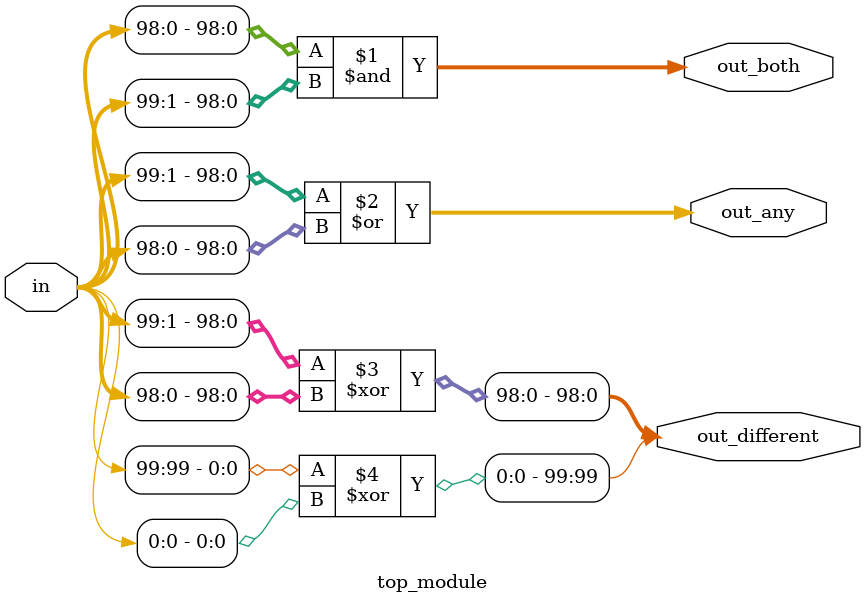
<source format=v>
module top_module( 
    input [99:0] in,
    output [98:0] out_both,
    output [99:1] out_any,
    output [99:0] out_different );
    assign out_both=in[98:0]&in[99:1];
    assign out_any=in[99:1]|in[98:0];
    assign out_different = {in[99]^in[0] , in[99:1]^in[98:0]};

endmodule
</source>
